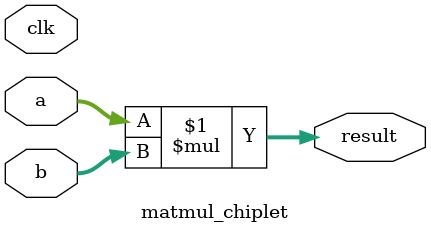
<source format=v>
module matmul_chiplet(input clk, input [7:0] a, input [7:0] b, output [15:0] result);
  assign result = a * b; // Basic multiplication
endmodule

</source>
